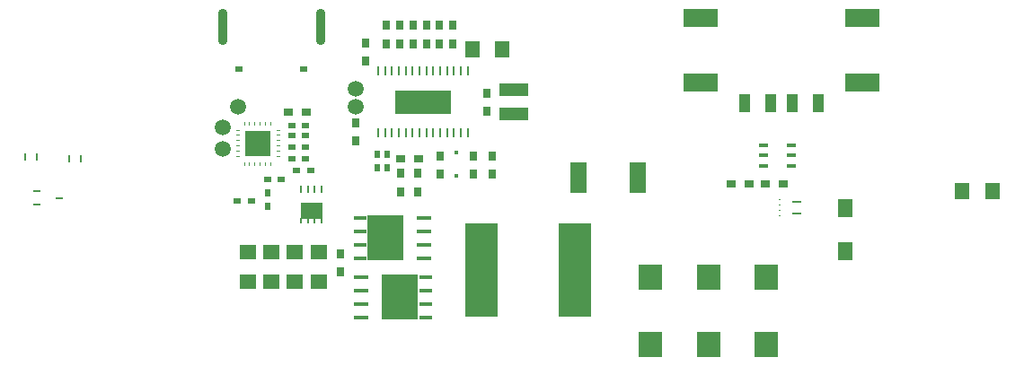
<source format=gbr>
G04 DipTrace 3.3.1.3*
G04 TopPaste.gbr*
%MOMM*%
G04 #@! TF.FileFunction,Paste,Top*
G04 #@! TF.Part,Single*
%ADD47C,1.5*%
%ADD79O,0.896X3.396*%
%ADD83R,0.096X0.496*%
%ADD85R,2.496X2.496*%
%ADD87R,0.396X0.046*%
%ADD89R,0.046X0.396*%
%ADD91R,0.896X0.396*%
%ADD93R,0.246X0.046*%
%ADD95O,0.946X0.146*%
%ADD97O,1.246X-0.004*%
%ADD99R,5.296X2.296*%
%ADD101R,0.196X0.846*%
%ADD105R,1.596X2.996*%
%ADD107R,2.031X1.521*%
%ADD109R,0.201X0.786*%
%ADD111R,0.201X0.556*%
%ADD113R,1.346X0.396*%
%ADD115R,1.146X0.396*%
%ADD117R,3.446X4.206*%
%ADD119R,1.396X1.696*%
%ADD121R,2.796X1.296*%
%ADD123R,3.096X8.816*%
%ADD125R,3.296X1.796*%
%ADD127R,1.046X1.796*%
%ADD129R,0.196X0.696*%
%ADD131R,0.646X0.296*%
%ADD133R,0.396X0.396*%
%ADD135R,0.696X0.496*%
%ADD137R,1.396X1.596*%
%ADD139R,0.896X0.796*%
%ADD141R,0.496X0.696*%
%ADD143R,1.596X1.396*%
%ADD145R,0.796X0.896*%
%ADD147R,2.196X2.396*%
%FSLAX35Y35*%
G04*
G71*
G90*
G75*
G01*
G04 TopPaste*
%LPD*%
D147*
X5191800Y1889800D3*
Y1249767D3*
X5740677Y1889800D3*
Y1249767D3*
D145*
X2270800Y2107427D3*
Y1937427D3*
D143*
X1397677Y1842177D3*
Y2122177D3*
X1619920Y1842177D3*
Y2122177D3*
X1842173Y1842177D3*
Y2122177D3*
X2064423Y1842177D3*
Y2122177D3*
D145*
X3651927Y3620177D3*
Y3450177D3*
X3205427Y4260800D3*
Y4090800D3*
X2705427D3*
Y4260800D3*
X3207423Y2858177D3*
Y3028177D3*
X3699550Y2858177D3*
Y3028177D3*
D141*
X2620050Y3048677D3*
Y2918677D3*
D145*
X2413673Y3175677D3*
Y3345677D3*
D139*
X3006673Y3001050D3*
X2836673D3*
D137*
X3794800Y4032927D3*
X3514800D3*
D147*
X6287177Y1889800D3*
Y1249767D3*
D145*
X2508927Y4096423D3*
Y3926423D3*
X3524927Y2858177D3*
Y3028177D3*
D139*
X1953300Y3445550D3*
X1783300D3*
D141*
X1588173Y2555050D3*
Y2685050D3*
D135*
X1810423Y3112173D3*
X1940423D3*
X1810423Y3223300D3*
X1940423D3*
D137*
X8414427Y2699427D3*
X8134427D3*
D133*
X3366177Y2843427D3*
Y3063427D3*
D131*
X-586700Y2699423D3*
Y2569410D3*
X-376700Y2634417D3*
D129*
X-697827Y3016927D3*
X-587827D3*
X-285077Y3001050D3*
X-175077D3*
D127*
X6779300Y3524927D3*
D125*
X7191800Y3724927D3*
X5666800D3*
Y4334927D3*
X7191800D3*
D127*
X6529300Y3524927D3*
X6329300D3*
X6079300D3*
D123*
X3604300Y1953300D3*
X4484300D3*
D121*
X3905923Y3655300D3*
Y3426300D3*
D119*
X7033300Y2127923D3*
Y2537923D3*
D117*
X2692923Y2254927D3*
D115*
X2453423Y2064427D3*
Y2191427D3*
Y2318427D3*
Y2445427D3*
D113*
X3062423Y2064427D3*
Y2191427D3*
Y2318427D3*
Y2445427D3*
D117*
X2832923Y1699303D3*
D115*
X3072423Y1889803D3*
Y1762803D3*
Y1635803D3*
Y1508803D3*
D113*
X2463423Y1889803D3*
Y1762803D3*
Y1635803D3*
Y1508803D3*
D111*
X1897773Y2418300D3*
X1963773D3*
X2029773D3*
X2095770D3*
D109*
X1897723Y2715300D3*
X1963723D3*
X2029673D3*
X2095720D3*
D107*
X1996973Y2511100D3*
D145*
X3330427Y4260800D3*
Y4090800D3*
X2830427D3*
Y4260800D3*
D105*
X4514923Y2826427D3*
X5074923D3*
D141*
X2715303Y3048677D3*
Y2918677D3*
D145*
X3080427Y4090800D3*
Y4260800D3*
X2955427D3*
Y4090800D3*
X2842300Y2693800D3*
Y2863800D3*
X3001047Y2693800D3*
Y2863800D3*
D139*
X6445923Y2762927D3*
X6275923D3*
X5953800D3*
X6123800D3*
D135*
X1810423Y3001050D3*
X1940423D3*
X1858050Y2889927D3*
X1988050D3*
X1586673Y2810550D3*
X1716673D3*
X1300923Y2604173D3*
X1430923D3*
X1810423Y3318550D3*
X1940423D3*
D47*
X2413677Y3667800D3*
X2413673Y3493177D3*
X1302427Y3493173D3*
X1159550Y3096300D3*
Y3302673D3*
D101*
X3471173Y3830800D3*
X3406173D3*
X3341173D3*
X3276173D3*
X3211173D3*
X3146173D3*
X3081173D3*
X3016173D3*
X2951173D3*
X2886173D3*
X2821173D3*
X2756173D3*
X2691173D3*
X2626173D3*
Y3250800D3*
X2691173D3*
X2756173D3*
X2821173D3*
X2886173D3*
X2951173D3*
X3016173D3*
X3081173D3*
X3146173D3*
X3211173D3*
X3276173D3*
X3341173D3*
X3406173D3*
X3471173D3*
D99*
X3048673Y3540800D3*
D97*
X6557047Y2540677D3*
D95*
X6572047Y2595677D3*
Y2485677D3*
D93*
X6412047Y2615677D3*
Y2565677D3*
Y2515677D3*
Y2465677D3*
D91*
X6255427Y3128050D3*
Y3033050D3*
Y2938050D3*
X6525427D3*
Y3033050D3*
Y3128050D3*
D89*
X1619927Y3334423D3*
X1569927D3*
X1519927D3*
X1469927D3*
X1419927D3*
X1369927D3*
D87*
X1304927Y3269423D3*
Y3219423D3*
Y3169423D3*
Y3119423D3*
Y3069423D3*
Y3019423D3*
D89*
X1369927Y2954423D3*
X1419927D3*
X1469927D3*
X1519927D3*
X1569927D3*
X1619927D3*
D87*
X1684927Y3019423D3*
Y3069423D3*
Y3119423D3*
Y3169423D3*
Y3219423D3*
Y3269423D3*
D85*
X1494927Y3144423D3*
D83*
X1572300Y3683673D3*
X1522300D3*
X1472300D3*
X1422300D3*
X1372300D3*
X1322300D3*
X1922300D3*
X1872300D3*
X1822300D3*
X1772300D3*
X1722300D3*
X1672300D3*
X1847300Y3853673D3*
X1797300D3*
X1747300D3*
X1697300D3*
X1647300D3*
X1597300D3*
X1547300D3*
X1497300D3*
X1447300D3*
X1397300D3*
D135*
X1927300D3*
X1317300D3*
D79*
X2084300Y4250673D3*
X1160300D3*
M02*

</source>
